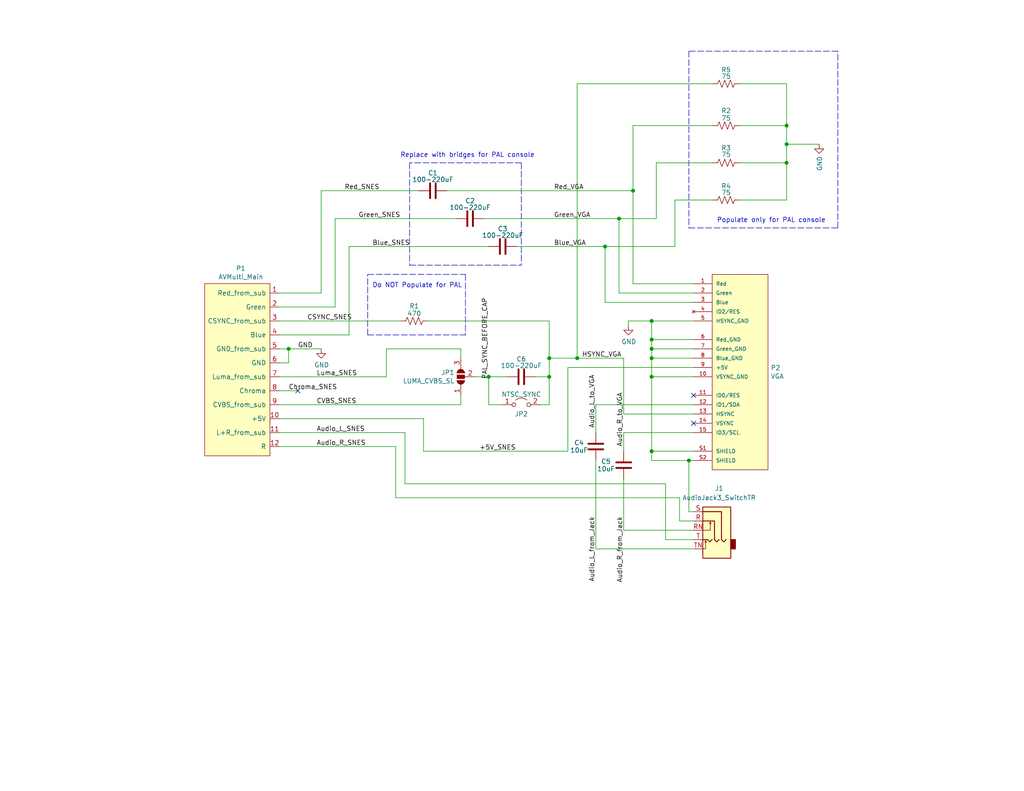
<source format=kicad_sch>
(kicad_sch (version 20250114) (generator "eeschema") (generator_version "9.0")
  (paper "USLetter")
  (title_block (rev "1") (comment 1 "Designed for OSH Park 2 Layer Prototype"))
  (lib_symbols
    (symbol "Connector_Audio:AudioJack3_SwitchTR"
      (property "Reference" "J" (at 0 8.89 0))
      (property "Value" "AudioJack3_SwitchTR" (at 0 6.35 0))
      (symbol "AudioJack3_SwitchTR_0_1"
        (rectangle (start -5.08 -5.08) (end -6.35 -7.62) (stroke (width 0.254)) (fill (type outline)))
        (polyline (pts (xy -1.905 -5.08) (xy -1.27 -5.715) (xy -0.635 -5.08) (xy -0.635 0) (xy 2.54 0)) (stroke (width 0.254)))
        (polyline (pts (xy 0 -5.08) (xy 0.635 -5.715) (xy 1.27 -5.08) (xy 2.54 -5.08)) (stroke (width 0.254)))
        (polyline (pts (xy 0.508 -0.254) (xy 0.762 -0.762)))
        (polyline (pts (xy 1.778 -5.334) (xy 2.032 -5.842)))
        (rectangle (start 2.54 3.81) (end -5.08 -10.16) (stroke (width 0.254)) (fill (type background)))
        (polyline (pts (xy 2.54 2.54) (xy -2.54 2.54) (xy -2.54 -5.08) (xy -3.175 -5.715) (xy -3.81 -5.08)) (stroke (width 0.254)))
        (polyline (pts (xy 2.54 -2.54) (xy 0.508 -2.54) (xy 0.508 -0.254) (xy 0.254 -0.762)))
        (polyline (pts (xy 2.54 -7.62) (xy 1.778 -7.62) (xy 1.778 -5.334) (xy 1.524 -5.842)))
      )
      (symbol "AudioJack3_SwitchTR_1_1"
        (pin passive line (at 5.08 2.54 180) (length 2.54) (name "~") (number "S"))
        (pin passive line (at 5.08 0 180) (length 2.54) (name "~") (number "R"))
        (pin passive line (at 5.08 -2.54 180) (length 2.54) (name "~") (number "RN"))
        (pin passive line (at 5.08 -5.08 180) (length 2.54) (name "~") (number "T"))
        (pin passive line (at 5.08 -7.62 180) (length 2.54) (name "~") (number "TN"))
      )
    )
    (symbol "Device:C" (pin_numbers (hide yes)) (pin_names (offset 0.254))
      (property "Reference" "C" (at 0.635 2.54 0))
      (property "Value" "C" (at 0.635 -2.54 0))
      (symbol "C_0_1"
        (polyline (pts (xy -2.032 0.762) (xy 2.032 0.762)) (stroke (width 0.508)))
        (polyline (pts (xy -2.032 -0.762) (xy 2.032 -0.762)) (stroke (width 0.508)))
      )
      (symbol "C_1_1"
        (pin passive line (at 0 3.81 270) (length 2.794) (name "~") (number "1"))
        (pin passive line (at 0 -3.81 90) (length 2.794) (name "~") (number "2"))
      )
    )
    (symbol "Device:R_US" (pin_numbers (hide yes)) (pin_names (offset 0))
      (property "Reference" "R" (at 2.54 0 90))
      (property "Value" "R_US" (at -2.54 0 90))
      (symbol "R_US_0_1"
        (polyline (pts (xy 0 2.286) (xy 0 2.54)))
        (polyline (pts (xy 0 2.286) (xy 1.016 1.905) (xy 0 1.524) (xy -1.016 1.143) (xy 0 0.762)))
        (polyline (pts (xy 0 0.762) (xy 1.016 0.381) (xy 0 0) (xy -1.016 -0.381) (xy 0 -0.762)))
        (polyline (pts (xy 0 -0.762) (xy 1.016 -1.143) (xy 0 -1.524) (xy -1.016 -1.905) (xy 0 -2.286)))
        (polyline (pts (xy 0 -2.286) (xy 0 -2.54)))
      )
      (symbol "R_US_1_1"
        (pin passive line (at 0 3.81 270) (length 1.27) (name "~") (number "1"))
        (pin passive line (at 0 -3.81 90) (length 1.27) (name "~") (number "2"))
      )
    )
    (symbol "Jumper:Jumper_2_Open" (pin_names (offset 0) (hide yes))
      (property "Reference" "JP" (at 0 2.794 0))
      (property "Value" "Jumper_2_Open" (at 0 -2.286 0))
      (symbol "Jumper_2_Open_0_0"
        (circle (center -2.032 0) (radius 0.508))
        (circle (center 2.032 0) (radius 0.508))
      )
      (symbol "Jumper_2_Open_0_1"
        (arc (start -1.524 1.27) (mid 0 1.778) (end 1.524 1.27))
      )
      (symbol "Jumper_2_Open_1_1"
        (pin passive line (at -5.08 0 0) (length 2.54) (name "A") (number "1"))
        (pin passive line (at 5.08 0 180) (length 2.54) (name "B") (number "2"))
      )
    )
    (symbol "Jumper:SolderJumper_3_Open" (pin_names (offset 0) (hide yes)) (exclude_from_sim yes) (in_bom no)
      (property "Reference" "JP" (at -2.54 -2.54 0))
      (property "Value" "SolderJumper_3_Open" (at 0 2.794 0))
      (symbol "SolderJumper_3_Open_0_1"
        (polyline (pts (xy -2.54 0) (xy -2.032 0)))
        (polyline (pts (xy -1.016 1.016) (xy -1.016 -1.016)))
        (arc (start -1.016 -1.016) (mid -2.0276 0) (end -1.016 1.016))
        (arc (start -1.016 -1.016) (mid -2.0276 0) (end -1.016 1.016) (fill (type outline)))
        (rectangle (start -0.508 1.016) (end 0.508 -1.016) (fill (type outline)))
        (polyline (pts (xy 0 -1.27) (xy 0 -1.016)))
        (arc (start 1.016 1.016) (mid 2.0276 0) (end 1.016 -1.016))
        (arc (start 1.016 1.016) (mid 2.0276 0) (end 1.016 -1.016) (fill (type outline)))
        (polyline (pts (xy 1.016 1.016) (xy 1.016 -1.016)))
        (polyline (pts (xy 2.54 0) (xy 2.032 0)))
      )
      (symbol "SolderJumper_3_Open_1_1"
        (pin passive line (at -5.08 0 0) (length 2.54) (name "A") (number "1"))
        (pin passive line (at 0 -3.81 90) (length 2.54) (name "C") (number "2"))
        (pin passive line (at 5.08 0 180) (length 2.54) (name "B") (number "3"))
      )
    )
    (symbol "SNES2VGA-rescue:GND-power" (power) (pin_names (offset 0))
      (property "Value" "GND-power" (at 0 -3.81 0))
      (symbol "GND-power_0_1"
        (polyline (pts (xy 0 0) (xy 0 -1.27) (xy 1.27 -1.27) (xy 0 -2.54) (xy -1.27 -1.27) (xy 0 -1.27)))
      )
      (symbol "GND-power_1_1"
        (pin power_in line (at 0 0 270) (length 0) (hide yes) (name "GND") (number "1"))
      )
    )
    (symbol "SNES2VGA_Library:AVMulti_Main" (pin_names (offset 1.016))
      (property "Reference" "P" (at -13.97 11.43 0))
      (property "Value" "AVMulti_Main" (at 0 5.08 0))
      (symbol "AVMulti_Main_0_1"
        (rectangle (start -20.32 -1.27) (end -2.54 -48.26) (fill (type background)))
      )
      (symbol "AVMulti_Main_1_1"
        (pin output line (at 0 -3.81 180) (length 2.54) (name "Red_from_sub") (number "1"))
        (pin output line (at 0 -7.62 180) (length 2.54) (name "Green") (number "2"))
        (pin output line (at 0 -11.43 180) (length 2.54) (name "CSYNC_from_sub") (number "3"))
        (pin output line (at 0 -15.24 180) (length 2.54) (name "Blue") (number "4"))
        (pin power_out line (at 0 -19.05 180) (length 2.54) (name "GND_from_sub") (number "5"))
        (pin power_out line (at 0 -22.86 180) (length 2.54) (name "GND") (number "6"))
        (pin output line (at 0 -26.67 180) (length 2.54) (name "Luma_from_sub") (number "7"))
        (pin output line (at 0 -30.48 180) (length 2.54) (name "Chroma") (number "8"))
        (pin output line (at 0 -34.29 180) (length 2.54) (name "CVBS_from_sub") (number "9"))
        (pin power_out line (at 0 -38.1 180) (length 2.54) (name "+5V") (number "10"))
        (pin output line (at 0 -41.91 180) (length 2.54) (name "L+R_from_sub") (number "11"))
        (pin output line (at 0 -45.72 180) (length 2.54) (name "R") (number "12"))
      )
    )
    (symbol "SNES2VGA_Library:VGA" (pin_names (offset 1.016))
      (property "Reference" "P" (at -7.62 26.67 0))
      (property "Value" "VGA" (at -8.89 -31.75 0))
      (symbol "VGA_0_0"
        (rectangle (start -7.62 -27.94) (end 7.62 25.4) (stroke (width 0.1524)) (fill (type background)))
        (pin passive line (at -12.7 22.86 0) (length 5.08) (name "Red") (number "1"))
        (pin passive line (at -12.7 20.32 0) (length 5.08) (name "Green") (number "2"))
        (pin passive line (at -12.7 17.78 0) (length 5.08) (name "Blue") (number "3"))
        (pin no_connect line (at -12.7 15.24 0) (length 5.08) (name "ID2/RES") (number "4"))
        (pin passive line (at -12.7 12.7 0) (length 5.08) (name "HSYNC_GND") (number "5"))
        (pin passive line (at -12.7 7.62 0) (length 5.08) (name "Red_GND") (number "6"))
        (pin passive line (at -12.7 5.08 0) (length 5.08) (name "Green_GND") (number "7"))
        (pin passive line (at -12.7 2.54 0) (length 5.08) (name "Blue_GND") (number "8"))
        (pin passive line (at -12.7 0 0) (length 5.08) (name "+5V") (number "9"))
        (pin passive line (at -12.7 -2.54 0) (length 5.08) (name "VSYNC_GND") (number "10"))
        (pin passive line (at -12.7 -7.62 0) (length 5.08) (name "ID0/RES") (number "11"))
        (pin passive line (at -12.7 -10.16 0) (length 5.08) (name "ID1/SDA") (number "12"))
        (pin passive line (at -12.7 -12.7 0) (length 5.08) (name "HSYNC") (number "13"))
        (pin passive line (at -12.7 -15.24 0) (length 5.08) (name "VSYNC") (number "14"))
        (pin passive line (at -12.7 -17.78 0) (length 5.08) (name "ID3/SCL") (number "15"))
        (pin passive line (at -12.7 -22.86 0) (length 5.08) (name "SHIELD") (number "S1"))
        (pin passive line (at -12.7 -25.4 0) (length 5.08) (name "SHIELD") (number "S2"))
      )
    )
  )
  (text "Do NOT Populate for PAL" (at 101.6 78.74 0) (effects (font (size 1.27 1.27)) (justify left bottom)))
  (text "Replace with bridges for PAL console" (at 109.22 43.18 0) (effects (font (size 1.27 1.27)) (justify left bottom)))
  (text "Populate only for PAL console" (at 195.58 60.96 0) (effects (font (size 1.27 1.27)) (justify left bottom)))
  (junction (at 133.35 102.87))
  (junction (at 78.74 95.25))
  (junction (at 177.8 95.25))
  (junction (at 149.86 102.87))
  (junction (at 214.63 34.29))
  (junction (at 172.72 52.07))
  (junction (at 187.96 125.73))
  (junction (at 214.63 44.45))
  (junction (at 149.86 97.79))
  (junction (at 157.48 97.79))
  (junction (at 177.8 87.63))
  (junction (at 177.8 123.19))
  (junction (at 168.91 59.69))
  (junction (at 177.8 92.71))
  (junction (at 177.8 102.87))
  (junction (at 165.1 67.31))
  (junction (at 214.63 39.37))
  (junction (at 177.8 97.79))
  (no_connect (at 81.28 106.68))
  (no_connect (at 189.23 107.95))
  (no_connect (at 189.23 115.57))
  (wire (pts (xy 177.8 102.87) (xy 177.8 123.19)))
  (wire (pts (xy 162.56 110.49) (xy 189.23 110.49)))
  (wire (pts (xy 157.48 97.79) (xy 170.18 97.79)))
  (wire (pts (xy 201.93 22.86) (xy 214.63 22.86)))
  (wire (pts (xy 125.73 110.49) (xy 125.73 107.95)))
  (wire (pts (xy 181.61 132.08) (xy 181.61 147.32)))
  (wire (pts (xy 171.45 87.63) (xy 171.45 88.9)))
  (wire (pts (xy 165.1 82.55) (xy 189.23 82.55)))
  (wire (pts (xy 172.72 52.07) (xy 172.72 77.47)))
  (wire (pts (xy 133.35 102.87) (xy 133.35 110.49)))
  (wire (pts (xy 184.15 67.31) (xy 184.15 54.61)))
  (wire (pts (xy 181.61 147.32) (xy 189.23 147.32)))
  (polyline (pts (xy 100.33 91.44) (xy 100.33 74.93)) (stroke (width 0) (type dash)))
  (wire (pts (xy 147.32 110.49) (xy 149.86 110.49)))
  (wire (pts (xy 149.86 110.49) (xy 149.86 102.87)))
  (wire (pts (xy 76.2 95.25) (xy 78.74 95.25)))
  (wire (pts (xy 76.2 91.44) (xy 95.25 91.44)))
  (wire (pts (xy 185.42 135.89) (xy 185.42 142.24)))
  (wire (pts (xy 184.15 54.61) (xy 194.31 54.61)))
  (polyline (pts (xy 187.96 13.97) (xy 187.96 62.23)) (stroke (width 0) (type dash)))
  (wire (pts (xy 214.63 39.37) (xy 214.63 44.45)))
  (wire (pts (xy 133.35 102.87) (xy 138.43 102.87)))
  (wire (pts (xy 76.2 80.01) (xy 87.63 80.01)))
  (wire (pts (xy 76.2 118.11) (xy 110.49 118.11)))
  (wire (pts (xy 187.96 125.73) (xy 177.8 125.73)))
  (wire (pts (xy 177.8 95.25) (xy 189.23 95.25)))
  (wire (pts (xy 177.8 125.73) (xy 177.8 123.19)))
  (wire (pts (xy 189.23 97.79) (xy 177.8 97.79)))
  (wire (pts (xy 168.91 59.69) (xy 179.07 59.69)))
  (polyline (pts (xy 228.6 13.97) (xy 187.96 13.97)) (stroke (width 0) (type dash)))
  (wire (pts (xy 105.41 95.25) (xy 105.41 102.87)))
  (wire (pts (xy 76.2 83.82) (xy 91.44 83.82)))
  (wire (pts (xy 78.74 95.25) (xy 87.63 95.25)))
  (wire (pts (xy 133.35 110.49) (xy 137.16 110.49)))
  (wire (pts (xy 189.23 123.19) (xy 177.8 123.19)))
  (polyline (pts (xy 111.76 44.45) (xy 111.76 72.39)) (stroke (width 0) (type dash)))
  (wire (pts (xy 76.2 106.68) (xy 81.28 106.68)))
  (wire (pts (xy 110.49 118.11) (xy 110.49 132.08)))
  (wire (pts (xy 110.49 132.08) (xy 181.61 132.08)))
  (wire (pts (xy 76.2 110.49) (xy 125.73 110.49)))
  (wire (pts (xy 105.41 95.25) (xy 125.73 95.25)))
  (wire (pts (xy 125.73 95.25) (xy 125.73 97.79)))
  (wire (pts (xy 172.72 77.47) (xy 189.23 77.47)))
  (wire (pts (xy 179.07 59.69) (xy 179.07 44.45)))
  (wire (pts (xy 115.57 123.19) (xy 154.94 123.19)))
  (wire (pts (xy 162.56 125.73) (xy 162.56 149.86)))
  (wire (pts (xy 168.91 80.01) (xy 189.23 80.01)))
  (wire (pts (xy 170.18 118.11) (xy 189.23 118.11)))
  (wire (pts (xy 214.63 22.86) (xy 214.63 34.29)))
  (wire (pts (xy 95.25 91.44) (xy 95.25 67.31)))
  (wire (pts (xy 214.63 39.37) (xy 223.52 39.37)))
  (polyline (pts (xy 228.6 62.23) (xy 228.6 13.97)) (stroke (width 0) (type dash)))
  (wire (pts (xy 154.94 100.33) (xy 189.23 100.33)))
  (wire (pts (xy 149.86 102.87) (xy 149.86 97.79)))
  (wire (pts (xy 177.8 87.63) (xy 171.45 87.63)))
  (wire (pts (xy 170.18 118.11) (xy 170.18 123.19)))
  (wire (pts (xy 170.18 144.78) (xy 189.23 144.78)))
  (wire (pts (xy 189.23 102.87) (xy 177.8 102.87)))
  (wire (pts (xy 91.44 59.69) (xy 124.46 59.69)))
  (wire (pts (xy 132.08 59.69) (xy 168.91 59.69)))
  (wire (pts (xy 107.95 121.92) (xy 107.95 135.89)))
  (wire (pts (xy 177.8 87.63) (xy 189.23 87.63)))
  (wire (pts (xy 87.63 80.01) (xy 87.63 52.07)))
  (polyline (pts (xy 100.33 91.44) (xy 127 91.44)) (stroke (width 0) (type dash)))
  (wire (pts (xy 177.8 92.71) (xy 177.8 87.63)))
  (wire (pts (xy 162.56 110.49) (xy 162.56 118.11)))
  (polyline (pts (xy 142.24 44.45) (xy 111.76 44.45)) (stroke (width 0) (type dash)))
  (wire (pts (xy 87.63 52.07) (xy 114.3 52.07)))
  (wire (pts (xy 133.35 102.87) (xy 129.54 102.87)))
  (wire (pts (xy 140.97 67.31) (xy 165.1 67.31)))
  (wire (pts (xy 170.18 113.03) (xy 189.23 113.03)))
  (wire (pts (xy 165.1 67.31) (xy 165.1 82.55)))
  (wire (pts (xy 76.2 114.3) (xy 115.57 114.3)))
  (polyline (pts (xy 100.33 74.93) (xy 127 74.93)) (stroke (width 0) (type dash)))
  (wire (pts (xy 121.92 52.07) (xy 172.72 52.07)))
  (wire (pts (xy 115.57 114.3) (xy 115.57 123.19)))
  (wire (pts (xy 201.93 54.61) (xy 214.63 54.61)))
  (wire (pts (xy 201.93 44.45) (xy 214.63 44.45)))
  (wire (pts (xy 157.48 22.86) (xy 157.48 97.79)))
  (wire (pts (xy 189.23 139.7) (xy 187.96 139.7)))
  (wire (pts (xy 162.56 149.86) (xy 189.23 149.86)))
  (wire (pts (xy 154.94 123.19) (xy 154.94 100.33)))
  (wire (pts (xy 177.8 97.79) (xy 177.8 95.25)))
  (wire (pts (xy 95.25 67.31) (xy 133.35 67.31)))
  (wire (pts (xy 165.1 67.31) (xy 184.15 67.31)))
  (wire (pts (xy 172.72 34.29) (xy 194.31 34.29)))
  (polyline (pts (xy 142.24 44.45) (xy 142.24 72.39)) (stroke (width 0) (type dash)))
  (wire (pts (xy 76.2 87.63) (xy 109.22 87.63)))
  (wire (pts (xy 187.96 139.7) (xy 187.96 125.73)))
  (wire (pts (xy 172.72 52.07) (xy 172.72 34.29)))
  (polyline (pts (xy 187.96 62.23) (xy 228.6 62.23)) (stroke (width 0) (type dash)))
  (wire (pts (xy 168.91 59.69) (xy 168.91 80.01)))
  (wire (pts (xy 185.42 142.24) (xy 189.23 142.24)))
  (wire (pts (xy 170.18 130.81) (xy 170.18 144.78)))
  (wire (pts (xy 76.2 121.92) (xy 107.95 121.92)))
  (wire (pts (xy 170.18 97.79) (xy 170.18 113.03)))
  (wire (pts (xy 149.86 87.63) (xy 149.86 97.79)))
  (wire (pts (xy 116.84 87.63) (xy 149.86 87.63)))
  (wire (pts (xy 177.8 102.87) (xy 177.8 97.79)))
  (wire (pts (xy 157.48 22.86) (xy 194.31 22.86)))
  (wire (pts (xy 177.8 92.71) (xy 177.8 95.25)))
  (wire (pts (xy 91.44 83.82) (xy 91.44 59.69)))
  (wire (pts (xy 149.86 97.79) (xy 157.48 97.79)))
  (polyline (pts (xy 111.76 72.39) (xy 142.24 72.39)) (stroke (width 0) (type dash)))
  (wire (pts (xy 179.07 44.45) (xy 194.31 44.45)))
  (polyline (pts (xy 127 74.93) (xy 127 91.44)) (stroke (width 0) (type dash)))
  (wire (pts (xy 189.23 92.71) (xy 177.8 92.71)))
  (wire (pts (xy 189.23 125.73) (xy 187.96 125.73)))
  (wire (pts (xy 214.63 54.61) (xy 214.63 44.45)))
  (wire (pts (xy 76.2 99.06) (xy 78.74 99.06)))
  (wire (pts (xy 107.95 135.89) (xy 185.42 135.89)))
  (wire (pts (xy 214.63 34.29) (xy 214.63 39.37)))
  (wire (pts (xy 201.93 34.29) (xy 214.63 34.29)))
  (wire (pts (xy 78.74 99.06) (xy 78.74 95.25)))
  (wire (pts (xy 76.2 102.87) (xy 105.41 102.87)))
  (wire (pts (xy 146.05 102.87) (xy 149.86 102.87)))
  (label "PAL_SYNC_BEFORE_CAP" (at 133.35 103.505 90))
  (label "+5V_SNES" (at 130.81 123.19 0))
  (label "Audio_L_to_VGA" (at 162.56 116.84 90))
  (label "Red_SNES" (at 93.98 52.07 0))
  (label "Blue_SNES" (at 101.6 67.31 0))
  (label "Red_VGA" (at 151.13 52.07 0))
  (label "Audio_R_to_VGA" (at 170.18 121.92 90))
  (label "GND" (at 81.28 95.25 0))
  (label "Audio_L_from_Jack" (at 162.56 140.97 270))
  (label "Audio_R_from_Jack" (at 170.18 140.97 270))
  (label "CVBS_SNES" (at 86.36 110.49 0))
  (label "CSYNC_SNES" (at 83.82 87.63 0))
  (label "Audio_R_SNES" (at 86.36 121.92 0))
  (label "Luma_SNES" (at 86.36 102.87 0))
  (label "Blue_VGA" (at 151.13 67.31 0))
  (label "HSYNC_VGA" (at 158.75 97.79 0))
  (label "Chroma_SNES" (at 78.74 106.68 0))
  (label "Audio_L_SNES" (at 86.36 118.11 0))
  (label "Green_SNES" (at 97.79 59.69 0))
  (label "Green_VGA" (at 151.13 59.69 0))
  (symbol (lib_id "SNES2VGA_Library:AVMulti_Main") (at 76.2 76.2 0) (unit 1)
    (property "Reference" "P1" (at 65.7098 73.279 0))
    (property "Value" "AVMulti_Main" (at 65.7098 75.5904 0))
    (property "Footprint" "SNES2VGA_Library:AV_Multi_Main" (effects (hide yes)))
  )
  (symbol (lib_id "SNES2VGA_Library:VGA") (at 201.93 100.33 0) (unit 1)
    (property "Reference" "P2" (at 210.2612 100.4316 0) (effects (justify left)))
    (property "Value" "VGA" (at 210.2612 102.743 0) (effects (justify left)))
    (property "Footprint" "SNES2VGA_Library:VGA_female_rightangle_slim" (effects (hide yes)))
    (property "MANUFACTURER" "Amphenol" (effects (hide yes)))
    (property "MAXIMUM_PACKAGE_HEIGHT" "12.55mm" (effects (hide yes)))
    (property "STANDARD" "Manufacturer Recommendations" (effects (hide yes)))
    (property "PARTREV" "N/A" (effects (hide yes)))
  )
  (symbol (lib_id "Device:C") (at 162.56 121.92 0) (unit 1)
    (property "Reference" "C4" (at 157.988 120.904 0))
    (property "Value" "10uF" (at 157.988 122.936 0))
    (property "Footprint" "Capacitor_SMD:C_0603_1608Metric" (effects (hide yes)))
    (property "Description" "Unpolarized capacitor" (effects (hide yes)))
  )
  (symbol (lib_id "Device:C") (at 170.18 127 0) (unit 1)
    (property "Reference" "C5" (at 165.354 125.984 0))
    (property "Value" "10uF" (at 165.354 128.016 0))
    (property "Footprint" "Capacitor_SMD:C_0603_1608Metric" (effects (hide yes)))
    (property "Description" "Unpolarized capacitor" (effects (hide yes)))
  )
  (symbol (lib_id "Device:R_US") (at 113.03 87.63 90) (unit 1)
    (property "Reference" "R1" (at 113.03 83.566 90))
    (property "Value" "470" (at 113.03 85.598 90))
    (property "Footprint" "Resistor_SMD:R_0603_1608Metric" (effects (hide yes)))
    (property "Description" "Resistor, US symbol" (effects (hide yes)))
  )
  (symbol (lib_id "SNES2VGA-rescue:GND-power") (at 87.63 95.25 0) (unit 1)
    (property "Reference" "#PWR0103" (effects (hide yes)))
    (property "Value" "GND" (at 87.757 99.6442 0))
  )
  (symbol (lib_id "Device:C") (at 118.11 52.07 90) (mirror x) (unit 1)
    (property "Reference" "C1" (at 118.11 47.244 90))
    (property "Value" "100-220uF" (at 118.11 49.022 90))
    (property "Footprint" "Capacitor_SMD:C_1206_3216Metric" (effects (hide yes)))
    (property "Description" "Unpolarized capacitor" (effects (hide yes)))
  )
  (symbol (lib_id "Device:C") (at 128.27 59.69 90) (mirror x) (unit 1)
    (property "Reference" "C2" (at 128.27 54.864 90))
    (property "Value" "100-220uF" (at 128.27 56.642 90))
    (property "Footprint" "Capacitor_SMD:C_1206_3216Metric" (effects (hide yes)))
    (property "Description" "Unpolarized capacitor" (effects (hide yes)))
  )
  (symbol (lib_id "Device:C") (at 137.16 67.31 90) (mirror x) (unit 1)
    (property "Reference" "C3" (at 137.16 62.484 90))
    (property "Value" "100-220uF" (at 137.16 64.262 90))
    (property "Footprint" "Capacitor_SMD:C_1206_3216Metric" (effects (hide yes)))
    (property "Description" "Unpolarized capacitor" (effects (hide yes)))
  )
  (symbol (lib_id "SNES2VGA-rescue:GND-power") (at 223.52 39.37 0) (unit 1)
    (property "Reference" "#PWR0101" (effects (hide yes)))
    (property "Value" "GND" (at 223.647 42.6212 90) (effects (justify right)))
  )
  (symbol (lib_id "Device:R_US") (at 198.12 54.61 90) (unit 1)
    (property "Reference" "R4" (at 198.12 50.8 90))
    (property "Value" "75" (at 198.12 52.578 90))
    (property "Footprint" "Resistor_SMD:R_0603_1608Metric" (effects (hide yes)))
    (property "Description" "Resistor, US symbol" (effects (hide yes)))
  )
  (symbol (lib_id "Device:R_US") (at 198.12 34.29 90) (unit 1)
    (property "Reference" "R2" (at 198.12 30.226 90))
    (property "Value" "75" (at 198.12 32.258 90))
    (property "Footprint" "Resistor_SMD:R_0603_1608Metric" (effects (hide yes)))
    (property "Description" "Resistor, US symbol" (effects (hide yes)))
  )
  (symbol (lib_id "Device:R_US") (at 198.12 44.45 90) (unit 1)
    (property "Reference" "R3" (at 198.12 40.386 90))
    (property "Value" "75" (at 198.12 42.164 90))
    (property "Footprint" "Resistor_SMD:R_0603_1608Metric" (effects (hide yes)))
    (property "Description" "Resistor, US symbol" (effects (hide yes)))
  )
  (symbol (lib_id "Device:R_US") (at 198.12 22.86 90) (unit 1)
    (property "Reference" "R5" (at 198.12 19.05 90))
    (property "Value" "75" (at 198.12 20.828 90))
    (property "Footprint" "Resistor_SMD:R_0603_1608Metric" (effects (hide yes)))
    (property "Description" "Resistor, US symbol" (effects (hide yes)))
  )
  (symbol (lib_id "Jumper:SolderJumper_3_Open") (at 125.73 102.87 90) (unit 1) (in_bom no)
    (property "Reference" "JP1" (at 124.0282 101.7016 90) (effects (justify left)))
    (property "Value" "LUMA_CVBS_SL" (at 124.0282 104.013 90) (effects (justify left)))
    (property "Footprint" "Jumper:SolderJumper-3_P1.3mm_Open_RoundedPad1.0x1.5mm" (effects (hide yes)))
    (property "Description" "Solder Jumper, 3-pole, open" (effects (hide yes)))
  )
  (symbol (lib_id "SNES2VGA-rescue:GND-power") (at 171.45 88.9 0) (unit 1)
    (property "Reference" "#PWR0102" (effects (hide yes)))
    (property "Value" "GND" (at 171.577 93.2942 0))
  )
  (symbol (lib_id "Device:C") (at 142.24 102.87 90) (mirror x) (unit 1)
    (property "Reference" "C6" (at 142.24 98.044 90))
    (property "Value" "100-220uF" (at 142.24 99.822 90))
    (property "Footprint" "Capacitor_SMD:C_1206_3216Metric" (effects (hide yes)))
    (property "Description" "Unpolarized capacitor" (effects (hide yes)))
  )
  (symbol (lib_id "Jumper:Jumper_2_Open") (at 142.24 110.49 0) (unit 1) (in_bom no)
    (property "Reference" "JP2" (at 142.24 113.03 0))
    (property "Value" "NTSC_SYNC" (at 142.24 107.6761 0))
    (property "Footprint" "Jumper:SolderJumper-2_P1.3mm_Open_RoundedPad1.0x1.5mm" (effects (hide yes)))
  )
  (symbol (lib_id "Connector_Audio:AudioJack3_SwitchTR") (at 194.31 142.24 0) (mirror y) (unit 1)
    (property "Reference" "J1" (at 196.215 133.35 0))
    (property "Value" "AudioJack3_SwitchTR" (at 196.215 135.89 0))
    (property "Footprint" "Connector_Audio:Jack_3.5mm_CUI_SJ1-3535NG_Horizontal" (effects (hide yes)))
    (property "Description" "Audio Jack, 3 Poles (Stereo / TRS), Switched TR Poles (Normalling)" (effects (hide yes)))
  )
)
</source>
